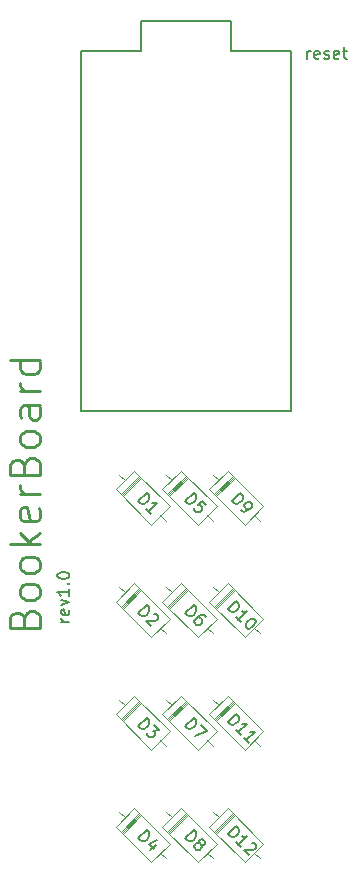
<source format=gbr>
G04 #@! TF.GenerationSoftware,KiCad,Pcbnew,(5.1.5)-3*
G04 #@! TF.CreationDate,2020-05-01T19:28:23-04:00*
G04 #@! TF.ProjectId,BookerBoard,426f6f6b-6572-4426-9f61-72642e6b6963,rev?*
G04 #@! TF.SameCoordinates,Original*
G04 #@! TF.FileFunction,Legend,Top*
G04 #@! TF.FilePolarity,Positive*
%FSLAX46Y46*%
G04 Gerber Fmt 4.6, Leading zero omitted, Abs format (unit mm)*
G04 Created by KiCad (PCBNEW (5.1.5)-3) date 2020-05-01 19:28:23*
%MOMM*%
%LPD*%
G04 APERTURE LIST*
%ADD10C,0.150000*%
%ADD11C,0.254000*%
%ADD12C,0.120000*%
G04 APERTURE END LIST*
D10*
X56014880Y-87002678D02*
X55348214Y-87002678D01*
X55538690Y-87002678D02*
X55443452Y-86955059D01*
X55395833Y-86907440D01*
X55348214Y-86812202D01*
X55348214Y-86716964D01*
X55967261Y-86002678D02*
X56014880Y-86097916D01*
X56014880Y-86288392D01*
X55967261Y-86383630D01*
X55872023Y-86431250D01*
X55491071Y-86431250D01*
X55395833Y-86383630D01*
X55348214Y-86288392D01*
X55348214Y-86097916D01*
X55395833Y-86002678D01*
X55491071Y-85955059D01*
X55586309Y-85955059D01*
X55681547Y-86431250D01*
X55348214Y-85621726D02*
X56014880Y-85383630D01*
X55348214Y-85145535D01*
X56014880Y-84240773D02*
X56014880Y-84812202D01*
X56014880Y-84526488D02*
X55014880Y-84526488D01*
X55157738Y-84621726D01*
X55252976Y-84716964D01*
X55300595Y-84812202D01*
X55919642Y-83812202D02*
X55967261Y-83764583D01*
X56014880Y-83812202D01*
X55967261Y-83859821D01*
X55919642Y-83812202D01*
X56014880Y-83812202D01*
X55014880Y-83145535D02*
X55014880Y-83050297D01*
X55062500Y-82955059D01*
X55110119Y-82907440D01*
X55205357Y-82859821D01*
X55395833Y-82812202D01*
X55633928Y-82812202D01*
X55824404Y-82859821D01*
X55919642Y-82907440D01*
X55967261Y-82955059D01*
X56014880Y-83050297D01*
X56014880Y-83145535D01*
X55967261Y-83240773D01*
X55919642Y-83288392D01*
X55824404Y-83336011D01*
X55633928Y-83383630D01*
X55395833Y-83383630D01*
X55205357Y-83336011D01*
X55110119Y-83288392D01*
X55062500Y-83240773D01*
X55014880Y-83145535D01*
D11*
X52206071Y-86722857D02*
X52327023Y-86360000D01*
X52447976Y-86239047D01*
X52689880Y-86118095D01*
X53052738Y-86118095D01*
X53294642Y-86239047D01*
X53415595Y-86360000D01*
X53536547Y-86601904D01*
X53536547Y-87569523D01*
X50996547Y-87569523D01*
X50996547Y-86722857D01*
X51117500Y-86480952D01*
X51238452Y-86360000D01*
X51480357Y-86239047D01*
X51722261Y-86239047D01*
X51964166Y-86360000D01*
X52085119Y-86480952D01*
X52206071Y-86722857D01*
X52206071Y-87569523D01*
X53536547Y-84666666D02*
X53415595Y-84908571D01*
X53294642Y-85029523D01*
X53052738Y-85150476D01*
X52327023Y-85150476D01*
X52085119Y-85029523D01*
X51964166Y-84908571D01*
X51843214Y-84666666D01*
X51843214Y-84303809D01*
X51964166Y-84061904D01*
X52085119Y-83940952D01*
X52327023Y-83820000D01*
X53052738Y-83820000D01*
X53294642Y-83940952D01*
X53415595Y-84061904D01*
X53536547Y-84303809D01*
X53536547Y-84666666D01*
X53536547Y-82368571D02*
X53415595Y-82610476D01*
X53294642Y-82731428D01*
X53052738Y-82852380D01*
X52327023Y-82852380D01*
X52085119Y-82731428D01*
X51964166Y-82610476D01*
X51843214Y-82368571D01*
X51843214Y-82005714D01*
X51964166Y-81763809D01*
X52085119Y-81642857D01*
X52327023Y-81521904D01*
X53052738Y-81521904D01*
X53294642Y-81642857D01*
X53415595Y-81763809D01*
X53536547Y-82005714D01*
X53536547Y-82368571D01*
X53536547Y-80433333D02*
X50996547Y-80433333D01*
X52568928Y-80191428D02*
X53536547Y-79465714D01*
X51843214Y-79465714D02*
X52810833Y-80433333D01*
X53415595Y-77409523D02*
X53536547Y-77651428D01*
X53536547Y-78135238D01*
X53415595Y-78377142D01*
X53173690Y-78498095D01*
X52206071Y-78498095D01*
X51964166Y-78377142D01*
X51843214Y-78135238D01*
X51843214Y-77651428D01*
X51964166Y-77409523D01*
X52206071Y-77288571D01*
X52447976Y-77288571D01*
X52689880Y-78498095D01*
X53536547Y-76200000D02*
X51843214Y-76200000D01*
X52327023Y-76200000D02*
X52085119Y-76079047D01*
X51964166Y-75958095D01*
X51843214Y-75716190D01*
X51843214Y-75474285D01*
X52206071Y-73780952D02*
X52327023Y-73418095D01*
X52447976Y-73297142D01*
X52689880Y-73176190D01*
X53052738Y-73176190D01*
X53294642Y-73297142D01*
X53415595Y-73418095D01*
X53536547Y-73660000D01*
X53536547Y-74627619D01*
X50996547Y-74627619D01*
X50996547Y-73780952D01*
X51117500Y-73539047D01*
X51238452Y-73418095D01*
X51480357Y-73297142D01*
X51722261Y-73297142D01*
X51964166Y-73418095D01*
X52085119Y-73539047D01*
X52206071Y-73780952D01*
X52206071Y-74627619D01*
X53536547Y-71724761D02*
X53415595Y-71966666D01*
X53294642Y-72087619D01*
X53052738Y-72208571D01*
X52327023Y-72208571D01*
X52085119Y-72087619D01*
X51964166Y-71966666D01*
X51843214Y-71724761D01*
X51843214Y-71361904D01*
X51964166Y-71120000D01*
X52085119Y-70999047D01*
X52327023Y-70878095D01*
X53052738Y-70878095D01*
X53294642Y-70999047D01*
X53415595Y-71120000D01*
X53536547Y-71361904D01*
X53536547Y-71724761D01*
X53536547Y-68700952D02*
X52206071Y-68700952D01*
X51964166Y-68821904D01*
X51843214Y-69063809D01*
X51843214Y-69547619D01*
X51964166Y-69789523D01*
X53415595Y-68700952D02*
X53536547Y-68942857D01*
X53536547Y-69547619D01*
X53415595Y-69789523D01*
X53173690Y-69910476D01*
X52931785Y-69910476D01*
X52689880Y-69789523D01*
X52568928Y-69547619D01*
X52568928Y-68942857D01*
X52447976Y-68700952D01*
X53536547Y-67491428D02*
X51843214Y-67491428D01*
X52327023Y-67491428D02*
X52085119Y-67370476D01*
X51964166Y-67249523D01*
X51843214Y-67007619D01*
X51843214Y-66765714D01*
X53536547Y-64830476D02*
X50996547Y-64830476D01*
X53415595Y-64830476D02*
X53536547Y-65072380D01*
X53536547Y-65556190D01*
X53415595Y-65798095D01*
X53294642Y-65919047D01*
X53052738Y-66040000D01*
X52327023Y-66040000D01*
X52085119Y-65919047D01*
X51964166Y-65798095D01*
X51843214Y-65556190D01*
X51843214Y-65072380D01*
X51964166Y-64830476D01*
D12*
X69879984Y-103221065D02*
X68296065Y-104804984D01*
X70049690Y-103390771D02*
X68465771Y-104974690D01*
X69964837Y-103305918D02*
X68380918Y-104889837D01*
X72121513Y-107046513D02*
X71661893Y-106586893D01*
X68204141Y-103129141D02*
X68663760Y-103588760D01*
X72453853Y-105794934D02*
X69455720Y-102796801D01*
X70869934Y-107378853D02*
X72453853Y-105794934D01*
X67871801Y-104380720D02*
X70869934Y-107378853D01*
X69455720Y-102796801D02*
X67871801Y-104380720D01*
D10*
X74771250Y-69215000D02*
X56991250Y-69215000D01*
X74771250Y-38735000D02*
X74771250Y-69215000D01*
X69691250Y-38735000D02*
X74771250Y-38735000D01*
X69691250Y-36195000D02*
X69691250Y-38735000D01*
X62071250Y-36195000D02*
X69691250Y-36195000D01*
X62071250Y-38735000D02*
X62071250Y-36195000D01*
X56991250Y-38735000D02*
X62071250Y-38735000D01*
X56991250Y-38735000D02*
X56991250Y-69215000D01*
D12*
X69879984Y-93696065D02*
X68296065Y-95279984D01*
X70049690Y-93865771D02*
X68465771Y-95449690D01*
X69964837Y-93780918D02*
X68380918Y-95364837D01*
X72121513Y-97521513D02*
X71661893Y-97061893D01*
X68204141Y-93604141D02*
X68663760Y-94063760D01*
X72453853Y-96269934D02*
X69455720Y-93271801D01*
X70869934Y-97853853D02*
X72453853Y-96269934D01*
X67871801Y-94855720D02*
X70869934Y-97853853D01*
X69455720Y-93271801D02*
X67871801Y-94855720D01*
X69879984Y-84171065D02*
X68296065Y-85754984D01*
X70049690Y-84340771D02*
X68465771Y-85924690D01*
X69964837Y-84255918D02*
X68380918Y-85839837D01*
X72121513Y-87996513D02*
X71661893Y-87536893D01*
X68204141Y-84079141D02*
X68663760Y-84538760D01*
X72453853Y-86744934D02*
X69455720Y-83746801D01*
X70869934Y-88328853D02*
X72453853Y-86744934D01*
X67871801Y-85330720D02*
X70869934Y-88328853D01*
X69455720Y-83746801D02*
X67871801Y-85330720D01*
X69879984Y-74646065D02*
X68296065Y-76229984D01*
X70049690Y-74815771D02*
X68465771Y-76399690D01*
X69964837Y-74730918D02*
X68380918Y-76314837D01*
X72121513Y-78471513D02*
X71661893Y-78011893D01*
X68204141Y-74554141D02*
X68663760Y-75013760D01*
X72453853Y-77219934D02*
X69455720Y-74221801D01*
X70869934Y-78803853D02*
X72453853Y-77219934D01*
X67871801Y-75805720D02*
X70869934Y-78803853D01*
X69455720Y-74221801D02*
X67871801Y-75805720D01*
X65911234Y-103221065D02*
X64327315Y-104804984D01*
X66080940Y-103390771D02*
X64497021Y-104974690D01*
X65996087Y-103305918D02*
X64412168Y-104889837D01*
X68152763Y-107046513D02*
X67693143Y-106586893D01*
X64235391Y-103129141D02*
X64695010Y-103588760D01*
X68485103Y-105794934D02*
X65486970Y-102796801D01*
X66901184Y-107378853D02*
X68485103Y-105794934D01*
X63903051Y-104380720D02*
X66901184Y-107378853D01*
X65486970Y-102796801D02*
X63903051Y-104380720D01*
X65911234Y-93696065D02*
X64327315Y-95279984D01*
X66080940Y-93865771D02*
X64497021Y-95449690D01*
X65996087Y-93780918D02*
X64412168Y-95364837D01*
X68152763Y-97521513D02*
X67693143Y-97061893D01*
X64235391Y-93604141D02*
X64695010Y-94063760D01*
X68485103Y-96269934D02*
X65486970Y-93271801D01*
X66901184Y-97853853D02*
X68485103Y-96269934D01*
X63903051Y-94855720D02*
X66901184Y-97853853D01*
X65486970Y-93271801D02*
X63903051Y-94855720D01*
X65911234Y-84171065D02*
X64327315Y-85754984D01*
X66080940Y-84340771D02*
X64497021Y-85924690D01*
X65996087Y-84255918D02*
X64412168Y-85839837D01*
X68152763Y-87996513D02*
X67693143Y-87536893D01*
X64235391Y-84079141D02*
X64695010Y-84538760D01*
X68485103Y-86744934D02*
X65486970Y-83746801D01*
X66901184Y-88328853D02*
X68485103Y-86744934D01*
X63903051Y-85330720D02*
X66901184Y-88328853D01*
X65486970Y-83746801D02*
X63903051Y-85330720D01*
X65911234Y-74646065D02*
X64327315Y-76229984D01*
X66080940Y-74815771D02*
X64497021Y-76399690D01*
X65996087Y-74730918D02*
X64412168Y-76314837D01*
X68152763Y-78471513D02*
X67693143Y-78011893D01*
X64235391Y-74554141D02*
X64695010Y-75013760D01*
X68485103Y-77219934D02*
X65486970Y-74221801D01*
X66901184Y-78803853D02*
X68485103Y-77219934D01*
X63903051Y-75805720D02*
X66901184Y-78803853D01*
X65486970Y-74221801D02*
X63903051Y-75805720D01*
X61942484Y-103221065D02*
X60358565Y-104804984D01*
X62112190Y-103390771D02*
X60528271Y-104974690D01*
X62027337Y-103305918D02*
X60443418Y-104889837D01*
X64184013Y-107046513D02*
X63724393Y-106586893D01*
X60266641Y-103129141D02*
X60726260Y-103588760D01*
X64516353Y-105794934D02*
X61518220Y-102796801D01*
X62932434Y-107378853D02*
X64516353Y-105794934D01*
X59934301Y-104380720D02*
X62932434Y-107378853D01*
X61518220Y-102796801D02*
X59934301Y-104380720D01*
X61942484Y-93696065D02*
X60358565Y-95279984D01*
X62112190Y-93865771D02*
X60528271Y-95449690D01*
X62027337Y-93780918D02*
X60443418Y-95364837D01*
X64184013Y-97521513D02*
X63724393Y-97061893D01*
X60266641Y-93604141D02*
X60726260Y-94063760D01*
X64516353Y-96269934D02*
X61518220Y-93271801D01*
X62932434Y-97853853D02*
X64516353Y-96269934D01*
X59934301Y-94855720D02*
X62932434Y-97853853D01*
X61518220Y-93271801D02*
X59934301Y-94855720D01*
X61942484Y-84171065D02*
X60358565Y-85754984D01*
X62112190Y-84340771D02*
X60528271Y-85924690D01*
X62027337Y-84255918D02*
X60443418Y-85839837D01*
X64184013Y-87996513D02*
X63724393Y-87536893D01*
X60266641Y-84079141D02*
X60726260Y-84538760D01*
X64516353Y-86744934D02*
X61518220Y-83746801D01*
X62932434Y-88328853D02*
X64516353Y-86744934D01*
X59934301Y-85330720D02*
X62932434Y-88328853D01*
X61518220Y-83746801D02*
X59934301Y-85330720D01*
X61518220Y-74221801D02*
X59934301Y-75805720D01*
X59934301Y-75805720D02*
X62932434Y-78803853D01*
X62932434Y-78803853D02*
X64516353Y-77219934D01*
X64516353Y-77219934D02*
X61518220Y-74221801D01*
X60266641Y-74554141D02*
X60726260Y-75013760D01*
X64184013Y-78471513D02*
X63724393Y-78011893D01*
X62027337Y-74730918D02*
X60443418Y-76314837D01*
X62112190Y-74815771D02*
X60528271Y-76399690D01*
X61942484Y-74646065D02*
X60358565Y-76229984D01*
D10*
X69465238Y-105030001D02*
X70172345Y-104322895D01*
X70340704Y-104491253D01*
X70408047Y-104625940D01*
X70408047Y-104760627D01*
X70374375Y-104861643D01*
X70273360Y-105030001D01*
X70172345Y-105131017D01*
X70003986Y-105232032D01*
X69902971Y-105265704D01*
X69768284Y-105265704D01*
X69633597Y-105198360D01*
X69465238Y-105030001D01*
X70542734Y-106107498D02*
X70138673Y-105703437D01*
X70340704Y-105905467D02*
X71047811Y-105198360D01*
X70879452Y-105232032D01*
X70744765Y-105232032D01*
X70643750Y-105198360D01*
X71451872Y-105737108D02*
X71519215Y-105737108D01*
X71620230Y-105770780D01*
X71788589Y-105939139D01*
X71822261Y-106040154D01*
X71822261Y-106107498D01*
X71788589Y-106208513D01*
X71721246Y-106275856D01*
X71586559Y-106343200D01*
X70778437Y-106343200D01*
X71216169Y-106780933D01*
X76168452Y-39346130D02*
X76168452Y-38679464D01*
X76168452Y-38869940D02*
X76216071Y-38774702D01*
X76263690Y-38727083D01*
X76358928Y-38679464D01*
X76454166Y-38679464D01*
X77168452Y-39298511D02*
X77073214Y-39346130D01*
X76882738Y-39346130D01*
X76787500Y-39298511D01*
X76739880Y-39203273D01*
X76739880Y-38822321D01*
X76787500Y-38727083D01*
X76882738Y-38679464D01*
X77073214Y-38679464D01*
X77168452Y-38727083D01*
X77216071Y-38822321D01*
X77216071Y-38917559D01*
X76739880Y-39012797D01*
X77597023Y-39298511D02*
X77692261Y-39346130D01*
X77882738Y-39346130D01*
X77977976Y-39298511D01*
X78025595Y-39203273D01*
X78025595Y-39155654D01*
X77977976Y-39060416D01*
X77882738Y-39012797D01*
X77739880Y-39012797D01*
X77644642Y-38965178D01*
X77597023Y-38869940D01*
X77597023Y-38822321D01*
X77644642Y-38727083D01*
X77739880Y-38679464D01*
X77882738Y-38679464D01*
X77977976Y-38727083D01*
X78835119Y-39298511D02*
X78739880Y-39346130D01*
X78549404Y-39346130D01*
X78454166Y-39298511D01*
X78406547Y-39203273D01*
X78406547Y-38822321D01*
X78454166Y-38727083D01*
X78549404Y-38679464D01*
X78739880Y-38679464D01*
X78835119Y-38727083D01*
X78882738Y-38822321D01*
X78882738Y-38917559D01*
X78406547Y-39012797D01*
X79168452Y-38679464D02*
X79549404Y-38679464D01*
X79311309Y-38346130D02*
X79311309Y-39203273D01*
X79358928Y-39298511D01*
X79454166Y-39346130D01*
X79549404Y-39346130D01*
X69465238Y-95505001D02*
X70172345Y-94797895D01*
X70340704Y-94966253D01*
X70408047Y-95100940D01*
X70408047Y-95235627D01*
X70374375Y-95336643D01*
X70273360Y-95505001D01*
X70172345Y-95606017D01*
X70003986Y-95707032D01*
X69902971Y-95740704D01*
X69768284Y-95740704D01*
X69633597Y-95673360D01*
X69465238Y-95505001D01*
X70542734Y-96582498D02*
X70138673Y-96178437D01*
X70340704Y-96380467D02*
X71047811Y-95673360D01*
X70879452Y-95707032D01*
X70744765Y-95707032D01*
X70643750Y-95673360D01*
X71216169Y-97255933D02*
X70812108Y-96851872D01*
X71014139Y-97053902D02*
X71721246Y-96346795D01*
X71552887Y-96380467D01*
X71418200Y-96380467D01*
X71317185Y-96346795D01*
X69465238Y-85980001D02*
X70172345Y-85272895D01*
X70340704Y-85441253D01*
X70408047Y-85575940D01*
X70408047Y-85710627D01*
X70374375Y-85811643D01*
X70273360Y-85980001D01*
X70172345Y-86081017D01*
X70003986Y-86182032D01*
X69902971Y-86215704D01*
X69768284Y-86215704D01*
X69633597Y-86148360D01*
X69465238Y-85980001D01*
X70542734Y-87057498D02*
X70138673Y-86653437D01*
X70340704Y-86855467D02*
X71047811Y-86148360D01*
X70879452Y-86182032D01*
X70744765Y-86182032D01*
X70643750Y-86148360D01*
X71687574Y-86788124D02*
X71754917Y-86855467D01*
X71788589Y-86956482D01*
X71788589Y-87023826D01*
X71754917Y-87124841D01*
X71653902Y-87293200D01*
X71485543Y-87461559D01*
X71317185Y-87562574D01*
X71216169Y-87596246D01*
X71148826Y-87596246D01*
X71047811Y-87562574D01*
X70980467Y-87495230D01*
X70946795Y-87394215D01*
X70946795Y-87326872D01*
X70980467Y-87225856D01*
X71081482Y-87057498D01*
X71249841Y-86889139D01*
X71418200Y-86788124D01*
X71519215Y-86754452D01*
X71586559Y-86754452D01*
X71687574Y-86788124D01*
X69801956Y-76791719D02*
X70509062Y-76084612D01*
X70677421Y-76252971D01*
X70744765Y-76387658D01*
X70744765Y-76522345D01*
X70711093Y-76623360D01*
X70610078Y-76791719D01*
X70509062Y-76892734D01*
X70340704Y-76993750D01*
X70239688Y-77027421D01*
X70105001Y-77027421D01*
X69970314Y-76960078D01*
X69801956Y-76791719D01*
X70542734Y-77532498D02*
X70677421Y-77667185D01*
X70778437Y-77700856D01*
X70845780Y-77700856D01*
X71014139Y-77667185D01*
X71182498Y-77566169D01*
X71451872Y-77296795D01*
X71485543Y-77195780D01*
X71485543Y-77128437D01*
X71451872Y-77027421D01*
X71317185Y-76892734D01*
X71216169Y-76859062D01*
X71148826Y-76859062D01*
X71047811Y-76892734D01*
X70879452Y-77061093D01*
X70845780Y-77162108D01*
X70845780Y-77229452D01*
X70879452Y-77330467D01*
X71014139Y-77465154D01*
X71115154Y-77498826D01*
X71182498Y-77498826D01*
X71283513Y-77465154D01*
X65833206Y-105366719D02*
X66540312Y-104659612D01*
X66708671Y-104827971D01*
X66776015Y-104962658D01*
X66776015Y-105097345D01*
X66742343Y-105198360D01*
X66641328Y-105366719D01*
X66540312Y-105467734D01*
X66371954Y-105568750D01*
X66270938Y-105602421D01*
X66136251Y-105602421D01*
X66001564Y-105535078D01*
X65833206Y-105366719D01*
X67045389Y-105770780D02*
X67011717Y-105669765D01*
X67011717Y-105602421D01*
X67045389Y-105501406D01*
X67079061Y-105467734D01*
X67180076Y-105434062D01*
X67247419Y-105434062D01*
X67348435Y-105467734D01*
X67483122Y-105602421D01*
X67516793Y-105703437D01*
X67516793Y-105770780D01*
X67483122Y-105871795D01*
X67449450Y-105905467D01*
X67348435Y-105939139D01*
X67281091Y-105939139D01*
X67180076Y-105905467D01*
X67045389Y-105770780D01*
X66944374Y-105737108D01*
X66877030Y-105737108D01*
X66776015Y-105770780D01*
X66641328Y-105905467D01*
X66607656Y-106006482D01*
X66607656Y-106073826D01*
X66641328Y-106174841D01*
X66776015Y-106309528D01*
X66877030Y-106343200D01*
X66944374Y-106343200D01*
X67045389Y-106309528D01*
X67180076Y-106174841D01*
X67213748Y-106073826D01*
X67213748Y-106006482D01*
X67180076Y-105905467D01*
X65833206Y-95841719D02*
X66540312Y-95134612D01*
X66708671Y-95302971D01*
X66776015Y-95437658D01*
X66776015Y-95572345D01*
X66742343Y-95673360D01*
X66641328Y-95841719D01*
X66540312Y-95942734D01*
X66371954Y-96043750D01*
X66270938Y-96077421D01*
X66136251Y-96077421D01*
X66001564Y-96010078D01*
X65833206Y-95841719D01*
X67180076Y-95774375D02*
X67651480Y-96245780D01*
X66641328Y-96649841D01*
X65833206Y-86316719D02*
X66540312Y-85609612D01*
X66708671Y-85777971D01*
X66776015Y-85912658D01*
X66776015Y-86047345D01*
X66742343Y-86148360D01*
X66641328Y-86316719D01*
X66540312Y-86417734D01*
X66371954Y-86518750D01*
X66270938Y-86552421D01*
X66136251Y-86552421D01*
X66001564Y-86485078D01*
X65833206Y-86316719D01*
X67550465Y-86619765D02*
X67415778Y-86485078D01*
X67314763Y-86451406D01*
X67247419Y-86451406D01*
X67079061Y-86485078D01*
X66910702Y-86586093D01*
X66641328Y-86855467D01*
X66607656Y-86956482D01*
X66607656Y-87023826D01*
X66641328Y-87124841D01*
X66776015Y-87259528D01*
X66877030Y-87293200D01*
X66944374Y-87293200D01*
X67045389Y-87259528D01*
X67213748Y-87091169D01*
X67247419Y-86990154D01*
X67247419Y-86922811D01*
X67213748Y-86821795D01*
X67079061Y-86687108D01*
X66978045Y-86653437D01*
X66910702Y-86653437D01*
X66809687Y-86687108D01*
X65833206Y-76791719D02*
X66540312Y-76084612D01*
X66708671Y-76252971D01*
X66776015Y-76387658D01*
X66776015Y-76522345D01*
X66742343Y-76623360D01*
X66641328Y-76791719D01*
X66540312Y-76892734D01*
X66371954Y-76993750D01*
X66270938Y-77027421D01*
X66136251Y-77027421D01*
X66001564Y-76960078D01*
X65833206Y-76791719D01*
X67584137Y-77128437D02*
X67247419Y-76791719D01*
X66877030Y-77094765D01*
X66944374Y-77094765D01*
X67045389Y-77128437D01*
X67213748Y-77296795D01*
X67247419Y-77397811D01*
X67247419Y-77465154D01*
X67213748Y-77566169D01*
X67045389Y-77734528D01*
X66944374Y-77768200D01*
X66877030Y-77768200D01*
X66776015Y-77734528D01*
X66607656Y-77566169D01*
X66573984Y-77465154D01*
X66573984Y-77397811D01*
X61864456Y-105366719D02*
X62571562Y-104659612D01*
X62739921Y-104827971D01*
X62807265Y-104962658D01*
X62807265Y-105097345D01*
X62773593Y-105198360D01*
X62672578Y-105366719D01*
X62571562Y-105467734D01*
X62403204Y-105568750D01*
X62302188Y-105602421D01*
X62167501Y-105602421D01*
X62032814Y-105535078D01*
X61864456Y-105366719D01*
X63346013Y-105905467D02*
X62874608Y-106376872D01*
X63447028Y-105467734D02*
X62773593Y-105804452D01*
X63211326Y-106242185D01*
X61864456Y-95841719D02*
X62571562Y-95134612D01*
X62739921Y-95302971D01*
X62807265Y-95437658D01*
X62807265Y-95572345D01*
X62773593Y-95673360D01*
X62672578Y-95841719D01*
X62571562Y-95942734D01*
X62403204Y-96043750D01*
X62302188Y-96077421D01*
X62167501Y-96077421D01*
X62032814Y-96010078D01*
X61864456Y-95841719D01*
X63211326Y-95774375D02*
X63649059Y-96212108D01*
X63143982Y-96245780D01*
X63244998Y-96346795D01*
X63278669Y-96447811D01*
X63278669Y-96515154D01*
X63244998Y-96616169D01*
X63076639Y-96784528D01*
X62975624Y-96818200D01*
X62908280Y-96818200D01*
X62807265Y-96784528D01*
X62605234Y-96582498D01*
X62571562Y-96481482D01*
X62571562Y-96414139D01*
X61864456Y-86316719D02*
X62571562Y-85609612D01*
X62739921Y-85777971D01*
X62807265Y-85912658D01*
X62807265Y-86047345D01*
X62773593Y-86148360D01*
X62672578Y-86316719D01*
X62571562Y-86417734D01*
X62403204Y-86518750D01*
X62302188Y-86552421D01*
X62167501Y-86552421D01*
X62032814Y-86485078D01*
X61864456Y-86316719D01*
X63177654Y-86350391D02*
X63244998Y-86350391D01*
X63346013Y-86384062D01*
X63514372Y-86552421D01*
X63548043Y-86653437D01*
X63548043Y-86720780D01*
X63514372Y-86821795D01*
X63447028Y-86889139D01*
X63312341Y-86956482D01*
X62504219Y-86956482D01*
X62941952Y-87394215D01*
X61864456Y-76791719D02*
X62571562Y-76084612D01*
X62739921Y-76252971D01*
X62807265Y-76387658D01*
X62807265Y-76522345D01*
X62773593Y-76623360D01*
X62672578Y-76791719D01*
X62571562Y-76892734D01*
X62403204Y-76993750D01*
X62302188Y-77027421D01*
X62167501Y-77027421D01*
X62032814Y-76960078D01*
X61864456Y-76791719D01*
X62941952Y-77869215D02*
X62537891Y-77465154D01*
X62739921Y-77667185D02*
X63447028Y-76960078D01*
X63278669Y-76993750D01*
X63143982Y-76993750D01*
X63042967Y-76960078D01*
M02*

</source>
